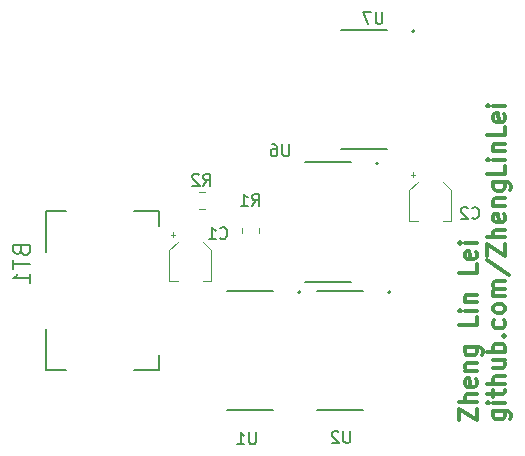
<source format=gbr>
%TF.GenerationSoftware,KiCad,Pcbnew,7.0.9*%
%TF.CreationDate,2023-12-30T23:58:47+01:00*%
%TF.ProjectId,Counter,436f756e-7465-4722-9e6b-696361645f70,rev?*%
%TF.SameCoordinates,Original*%
%TF.FileFunction,Legend,Bot*%
%TF.FilePolarity,Positive*%
%FSLAX46Y46*%
G04 Gerber Fmt 4.6, Leading zero omitted, Abs format (unit mm)*
G04 Created by KiCad (PCBNEW 7.0.9) date 2023-12-30 23:58:47*
%MOMM*%
%LPD*%
G01*
G04 APERTURE LIST*
%ADD10C,0.300000*%
%ADD11C,0.150000*%
%ADD12C,0.120000*%
%ADD13C,0.127000*%
%ADD14C,0.200000*%
G04 APERTURE END LIST*
D10*
X142129047Y-125289540D02*
X142129047Y-124289540D01*
X142129047Y-124289540D02*
X143629047Y-125289540D01*
X143629047Y-125289540D02*
X143629047Y-124289540D01*
X143629047Y-123718112D02*
X142129047Y-123718112D01*
X143629047Y-123075255D02*
X142843333Y-123075255D01*
X142843333Y-123075255D02*
X142700476Y-123146683D01*
X142700476Y-123146683D02*
X142629047Y-123289540D01*
X142629047Y-123289540D02*
X142629047Y-123503826D01*
X142629047Y-123503826D02*
X142700476Y-123646683D01*
X142700476Y-123646683D02*
X142771904Y-123718112D01*
X143557619Y-121789540D02*
X143629047Y-121932397D01*
X143629047Y-121932397D02*
X143629047Y-122218112D01*
X143629047Y-122218112D02*
X143557619Y-122360969D01*
X143557619Y-122360969D02*
X143414761Y-122432397D01*
X143414761Y-122432397D02*
X142843333Y-122432397D01*
X142843333Y-122432397D02*
X142700476Y-122360969D01*
X142700476Y-122360969D02*
X142629047Y-122218112D01*
X142629047Y-122218112D02*
X142629047Y-121932397D01*
X142629047Y-121932397D02*
X142700476Y-121789540D01*
X142700476Y-121789540D02*
X142843333Y-121718112D01*
X142843333Y-121718112D02*
X142986190Y-121718112D01*
X142986190Y-121718112D02*
X143129047Y-122432397D01*
X142629047Y-121075255D02*
X143629047Y-121075255D01*
X142771904Y-121075255D02*
X142700476Y-121003826D01*
X142700476Y-121003826D02*
X142629047Y-120860969D01*
X142629047Y-120860969D02*
X142629047Y-120646683D01*
X142629047Y-120646683D02*
X142700476Y-120503826D01*
X142700476Y-120503826D02*
X142843333Y-120432398D01*
X142843333Y-120432398D02*
X143629047Y-120432398D01*
X142629047Y-119075255D02*
X143843333Y-119075255D01*
X143843333Y-119075255D02*
X143986190Y-119146683D01*
X143986190Y-119146683D02*
X144057619Y-119218112D01*
X144057619Y-119218112D02*
X144129047Y-119360969D01*
X144129047Y-119360969D02*
X144129047Y-119575255D01*
X144129047Y-119575255D02*
X144057619Y-119718112D01*
X143557619Y-119075255D02*
X143629047Y-119218112D01*
X143629047Y-119218112D02*
X143629047Y-119503826D01*
X143629047Y-119503826D02*
X143557619Y-119646683D01*
X143557619Y-119646683D02*
X143486190Y-119718112D01*
X143486190Y-119718112D02*
X143343333Y-119789540D01*
X143343333Y-119789540D02*
X142914761Y-119789540D01*
X142914761Y-119789540D02*
X142771904Y-119718112D01*
X142771904Y-119718112D02*
X142700476Y-119646683D01*
X142700476Y-119646683D02*
X142629047Y-119503826D01*
X142629047Y-119503826D02*
X142629047Y-119218112D01*
X142629047Y-119218112D02*
X142700476Y-119075255D01*
X143629047Y-116503826D02*
X143629047Y-117218112D01*
X143629047Y-117218112D02*
X142129047Y-117218112D01*
X143629047Y-116003826D02*
X142629047Y-116003826D01*
X142129047Y-116003826D02*
X142200476Y-116075254D01*
X142200476Y-116075254D02*
X142271904Y-116003826D01*
X142271904Y-116003826D02*
X142200476Y-115932397D01*
X142200476Y-115932397D02*
X142129047Y-116003826D01*
X142129047Y-116003826D02*
X142271904Y-116003826D01*
X142629047Y-115289540D02*
X143629047Y-115289540D01*
X142771904Y-115289540D02*
X142700476Y-115218111D01*
X142700476Y-115218111D02*
X142629047Y-115075254D01*
X142629047Y-115075254D02*
X142629047Y-114860968D01*
X142629047Y-114860968D02*
X142700476Y-114718111D01*
X142700476Y-114718111D02*
X142843333Y-114646683D01*
X142843333Y-114646683D02*
X143629047Y-114646683D01*
X143629047Y-112075254D02*
X143629047Y-112789540D01*
X143629047Y-112789540D02*
X142129047Y-112789540D01*
X143557619Y-111003825D02*
X143629047Y-111146682D01*
X143629047Y-111146682D02*
X143629047Y-111432397D01*
X143629047Y-111432397D02*
X143557619Y-111575254D01*
X143557619Y-111575254D02*
X143414761Y-111646682D01*
X143414761Y-111646682D02*
X142843333Y-111646682D01*
X142843333Y-111646682D02*
X142700476Y-111575254D01*
X142700476Y-111575254D02*
X142629047Y-111432397D01*
X142629047Y-111432397D02*
X142629047Y-111146682D01*
X142629047Y-111146682D02*
X142700476Y-111003825D01*
X142700476Y-111003825D02*
X142843333Y-110932397D01*
X142843333Y-110932397D02*
X142986190Y-110932397D01*
X142986190Y-110932397D02*
X143129047Y-111646682D01*
X143629047Y-110289540D02*
X142629047Y-110289540D01*
X142129047Y-110289540D02*
X142200476Y-110360968D01*
X142200476Y-110360968D02*
X142271904Y-110289540D01*
X142271904Y-110289540D02*
X142200476Y-110218111D01*
X142200476Y-110218111D02*
X142129047Y-110289540D01*
X142129047Y-110289540D02*
X142271904Y-110289540D01*
X145044047Y-124503826D02*
X146258333Y-124503826D01*
X146258333Y-124503826D02*
X146401190Y-124575254D01*
X146401190Y-124575254D02*
X146472619Y-124646683D01*
X146472619Y-124646683D02*
X146544047Y-124789540D01*
X146544047Y-124789540D02*
X146544047Y-125003826D01*
X146544047Y-125003826D02*
X146472619Y-125146683D01*
X145972619Y-124503826D02*
X146044047Y-124646683D01*
X146044047Y-124646683D02*
X146044047Y-124932397D01*
X146044047Y-124932397D02*
X145972619Y-125075254D01*
X145972619Y-125075254D02*
X145901190Y-125146683D01*
X145901190Y-125146683D02*
X145758333Y-125218111D01*
X145758333Y-125218111D02*
X145329761Y-125218111D01*
X145329761Y-125218111D02*
X145186904Y-125146683D01*
X145186904Y-125146683D02*
X145115476Y-125075254D01*
X145115476Y-125075254D02*
X145044047Y-124932397D01*
X145044047Y-124932397D02*
X145044047Y-124646683D01*
X145044047Y-124646683D02*
X145115476Y-124503826D01*
X146044047Y-123789540D02*
X145044047Y-123789540D01*
X144544047Y-123789540D02*
X144615476Y-123860968D01*
X144615476Y-123860968D02*
X144686904Y-123789540D01*
X144686904Y-123789540D02*
X144615476Y-123718111D01*
X144615476Y-123718111D02*
X144544047Y-123789540D01*
X144544047Y-123789540D02*
X144686904Y-123789540D01*
X145044047Y-123289539D02*
X145044047Y-122718111D01*
X144544047Y-123075254D02*
X145829761Y-123075254D01*
X145829761Y-123075254D02*
X145972619Y-123003825D01*
X145972619Y-123003825D02*
X146044047Y-122860968D01*
X146044047Y-122860968D02*
X146044047Y-122718111D01*
X146044047Y-122218111D02*
X144544047Y-122218111D01*
X146044047Y-121575254D02*
X145258333Y-121575254D01*
X145258333Y-121575254D02*
X145115476Y-121646682D01*
X145115476Y-121646682D02*
X145044047Y-121789539D01*
X145044047Y-121789539D02*
X145044047Y-122003825D01*
X145044047Y-122003825D02*
X145115476Y-122146682D01*
X145115476Y-122146682D02*
X145186904Y-122218111D01*
X145044047Y-120218111D02*
X146044047Y-120218111D01*
X145044047Y-120860968D02*
X145829761Y-120860968D01*
X145829761Y-120860968D02*
X145972619Y-120789539D01*
X145972619Y-120789539D02*
X146044047Y-120646682D01*
X146044047Y-120646682D02*
X146044047Y-120432396D01*
X146044047Y-120432396D02*
X145972619Y-120289539D01*
X145972619Y-120289539D02*
X145901190Y-120218111D01*
X146044047Y-119503825D02*
X144544047Y-119503825D01*
X145115476Y-119503825D02*
X145044047Y-119360968D01*
X145044047Y-119360968D02*
X145044047Y-119075253D01*
X145044047Y-119075253D02*
X145115476Y-118932396D01*
X145115476Y-118932396D02*
X145186904Y-118860968D01*
X145186904Y-118860968D02*
X145329761Y-118789539D01*
X145329761Y-118789539D02*
X145758333Y-118789539D01*
X145758333Y-118789539D02*
X145901190Y-118860968D01*
X145901190Y-118860968D02*
X145972619Y-118932396D01*
X145972619Y-118932396D02*
X146044047Y-119075253D01*
X146044047Y-119075253D02*
X146044047Y-119360968D01*
X146044047Y-119360968D02*
X145972619Y-119503825D01*
X145901190Y-118146682D02*
X145972619Y-118075253D01*
X145972619Y-118075253D02*
X146044047Y-118146682D01*
X146044047Y-118146682D02*
X145972619Y-118218110D01*
X145972619Y-118218110D02*
X145901190Y-118146682D01*
X145901190Y-118146682D02*
X146044047Y-118146682D01*
X145972619Y-116789539D02*
X146044047Y-116932396D01*
X146044047Y-116932396D02*
X146044047Y-117218110D01*
X146044047Y-117218110D02*
X145972619Y-117360967D01*
X145972619Y-117360967D02*
X145901190Y-117432396D01*
X145901190Y-117432396D02*
X145758333Y-117503824D01*
X145758333Y-117503824D02*
X145329761Y-117503824D01*
X145329761Y-117503824D02*
X145186904Y-117432396D01*
X145186904Y-117432396D02*
X145115476Y-117360967D01*
X145115476Y-117360967D02*
X145044047Y-117218110D01*
X145044047Y-117218110D02*
X145044047Y-116932396D01*
X145044047Y-116932396D02*
X145115476Y-116789539D01*
X146044047Y-115932396D02*
X145972619Y-116075253D01*
X145972619Y-116075253D02*
X145901190Y-116146682D01*
X145901190Y-116146682D02*
X145758333Y-116218110D01*
X145758333Y-116218110D02*
X145329761Y-116218110D01*
X145329761Y-116218110D02*
X145186904Y-116146682D01*
X145186904Y-116146682D02*
X145115476Y-116075253D01*
X145115476Y-116075253D02*
X145044047Y-115932396D01*
X145044047Y-115932396D02*
X145044047Y-115718110D01*
X145044047Y-115718110D02*
X145115476Y-115575253D01*
X145115476Y-115575253D02*
X145186904Y-115503825D01*
X145186904Y-115503825D02*
X145329761Y-115432396D01*
X145329761Y-115432396D02*
X145758333Y-115432396D01*
X145758333Y-115432396D02*
X145901190Y-115503825D01*
X145901190Y-115503825D02*
X145972619Y-115575253D01*
X145972619Y-115575253D02*
X146044047Y-115718110D01*
X146044047Y-115718110D02*
X146044047Y-115932396D01*
X146044047Y-114789539D02*
X145044047Y-114789539D01*
X145186904Y-114789539D02*
X145115476Y-114718110D01*
X145115476Y-114718110D02*
X145044047Y-114575253D01*
X145044047Y-114575253D02*
X145044047Y-114360967D01*
X145044047Y-114360967D02*
X145115476Y-114218110D01*
X145115476Y-114218110D02*
X145258333Y-114146682D01*
X145258333Y-114146682D02*
X146044047Y-114146682D01*
X145258333Y-114146682D02*
X145115476Y-114075253D01*
X145115476Y-114075253D02*
X145044047Y-113932396D01*
X145044047Y-113932396D02*
X145044047Y-113718110D01*
X145044047Y-113718110D02*
X145115476Y-113575253D01*
X145115476Y-113575253D02*
X145258333Y-113503824D01*
X145258333Y-113503824D02*
X146044047Y-113503824D01*
X144472619Y-111718110D02*
X146401190Y-113003824D01*
X144544047Y-111360967D02*
X144544047Y-110360967D01*
X144544047Y-110360967D02*
X146044047Y-111360967D01*
X146044047Y-111360967D02*
X146044047Y-110360967D01*
X146044047Y-109789539D02*
X144544047Y-109789539D01*
X146044047Y-109146682D02*
X145258333Y-109146682D01*
X145258333Y-109146682D02*
X145115476Y-109218110D01*
X145115476Y-109218110D02*
X145044047Y-109360967D01*
X145044047Y-109360967D02*
X145044047Y-109575253D01*
X145044047Y-109575253D02*
X145115476Y-109718110D01*
X145115476Y-109718110D02*
X145186904Y-109789539D01*
X145972619Y-107860967D02*
X146044047Y-108003824D01*
X146044047Y-108003824D02*
X146044047Y-108289539D01*
X146044047Y-108289539D02*
X145972619Y-108432396D01*
X145972619Y-108432396D02*
X145829761Y-108503824D01*
X145829761Y-108503824D02*
X145258333Y-108503824D01*
X145258333Y-108503824D02*
X145115476Y-108432396D01*
X145115476Y-108432396D02*
X145044047Y-108289539D01*
X145044047Y-108289539D02*
X145044047Y-108003824D01*
X145044047Y-108003824D02*
X145115476Y-107860967D01*
X145115476Y-107860967D02*
X145258333Y-107789539D01*
X145258333Y-107789539D02*
X145401190Y-107789539D01*
X145401190Y-107789539D02*
X145544047Y-108503824D01*
X145044047Y-107146682D02*
X146044047Y-107146682D01*
X145186904Y-107146682D02*
X145115476Y-107075253D01*
X145115476Y-107075253D02*
X145044047Y-106932396D01*
X145044047Y-106932396D02*
X145044047Y-106718110D01*
X145044047Y-106718110D02*
X145115476Y-106575253D01*
X145115476Y-106575253D02*
X145258333Y-106503825D01*
X145258333Y-106503825D02*
X146044047Y-106503825D01*
X145044047Y-105146682D02*
X146258333Y-105146682D01*
X146258333Y-105146682D02*
X146401190Y-105218110D01*
X146401190Y-105218110D02*
X146472619Y-105289539D01*
X146472619Y-105289539D02*
X146544047Y-105432396D01*
X146544047Y-105432396D02*
X146544047Y-105646682D01*
X146544047Y-105646682D02*
X146472619Y-105789539D01*
X145972619Y-105146682D02*
X146044047Y-105289539D01*
X146044047Y-105289539D02*
X146044047Y-105575253D01*
X146044047Y-105575253D02*
X145972619Y-105718110D01*
X145972619Y-105718110D02*
X145901190Y-105789539D01*
X145901190Y-105789539D02*
X145758333Y-105860967D01*
X145758333Y-105860967D02*
X145329761Y-105860967D01*
X145329761Y-105860967D02*
X145186904Y-105789539D01*
X145186904Y-105789539D02*
X145115476Y-105718110D01*
X145115476Y-105718110D02*
X145044047Y-105575253D01*
X145044047Y-105575253D02*
X145044047Y-105289539D01*
X145044047Y-105289539D02*
X145115476Y-105146682D01*
X146044047Y-103718110D02*
X146044047Y-104432396D01*
X146044047Y-104432396D02*
X144544047Y-104432396D01*
X146044047Y-103218110D02*
X145044047Y-103218110D01*
X144544047Y-103218110D02*
X144615476Y-103289538D01*
X144615476Y-103289538D02*
X144686904Y-103218110D01*
X144686904Y-103218110D02*
X144615476Y-103146681D01*
X144615476Y-103146681D02*
X144544047Y-103218110D01*
X144544047Y-103218110D02*
X144686904Y-103218110D01*
X145044047Y-102503824D02*
X146044047Y-102503824D01*
X145186904Y-102503824D02*
X145115476Y-102432395D01*
X145115476Y-102432395D02*
X145044047Y-102289538D01*
X145044047Y-102289538D02*
X145044047Y-102075252D01*
X145044047Y-102075252D02*
X145115476Y-101932395D01*
X145115476Y-101932395D02*
X145258333Y-101860967D01*
X145258333Y-101860967D02*
X146044047Y-101860967D01*
X146044047Y-100432395D02*
X146044047Y-101146681D01*
X146044047Y-101146681D02*
X144544047Y-101146681D01*
X145972619Y-99360966D02*
X146044047Y-99503823D01*
X146044047Y-99503823D02*
X146044047Y-99789538D01*
X146044047Y-99789538D02*
X145972619Y-99932395D01*
X145972619Y-99932395D02*
X145829761Y-100003823D01*
X145829761Y-100003823D02*
X145258333Y-100003823D01*
X145258333Y-100003823D02*
X145115476Y-99932395D01*
X145115476Y-99932395D02*
X145044047Y-99789538D01*
X145044047Y-99789538D02*
X145044047Y-99503823D01*
X145044047Y-99503823D02*
X145115476Y-99360966D01*
X145115476Y-99360966D02*
X145258333Y-99289538D01*
X145258333Y-99289538D02*
X145401190Y-99289538D01*
X145401190Y-99289538D02*
X145544047Y-100003823D01*
X146044047Y-98646681D02*
X145044047Y-98646681D01*
X144544047Y-98646681D02*
X144615476Y-98718109D01*
X144615476Y-98718109D02*
X144686904Y-98646681D01*
X144686904Y-98646681D02*
X144615476Y-98575252D01*
X144615476Y-98575252D02*
X144544047Y-98646681D01*
X144544047Y-98646681D02*
X144686904Y-98646681D01*
D11*
X121918059Y-109857831D02*
X121965678Y-109905451D01*
X121965678Y-109905451D02*
X122108535Y-109953070D01*
X122108535Y-109953070D02*
X122203773Y-109953070D01*
X122203773Y-109953070D02*
X122346630Y-109905451D01*
X122346630Y-109905451D02*
X122441868Y-109810212D01*
X122441868Y-109810212D02*
X122489487Y-109714974D01*
X122489487Y-109714974D02*
X122537106Y-109524498D01*
X122537106Y-109524498D02*
X122537106Y-109381641D01*
X122537106Y-109381641D02*
X122489487Y-109191165D01*
X122489487Y-109191165D02*
X122441868Y-109095927D01*
X122441868Y-109095927D02*
X122346630Y-109000689D01*
X122346630Y-109000689D02*
X122203773Y-108953070D01*
X122203773Y-108953070D02*
X122108535Y-108953070D01*
X122108535Y-108953070D02*
X121965678Y-109000689D01*
X121965678Y-109000689D02*
X121918059Y-109048308D01*
X120965678Y-109953070D02*
X121537106Y-109953070D01*
X121251392Y-109953070D02*
X121251392Y-108953070D01*
X121251392Y-108953070D02*
X121346630Y-109095927D01*
X121346630Y-109095927D02*
X121441868Y-109191165D01*
X121441868Y-109191165D02*
X121537106Y-109238784D01*
X127761904Y-101920554D02*
X127761904Y-102730077D01*
X127761904Y-102730077D02*
X127714285Y-102825315D01*
X127714285Y-102825315D02*
X127666666Y-102872935D01*
X127666666Y-102872935D02*
X127571428Y-102920554D01*
X127571428Y-102920554D02*
X127380952Y-102920554D01*
X127380952Y-102920554D02*
X127285714Y-102872935D01*
X127285714Y-102872935D02*
X127238095Y-102825315D01*
X127238095Y-102825315D02*
X127190476Y-102730077D01*
X127190476Y-102730077D02*
X127190476Y-101920554D01*
X126285714Y-101920554D02*
X126476190Y-101920554D01*
X126476190Y-101920554D02*
X126571428Y-101968173D01*
X126571428Y-101968173D02*
X126619047Y-102015792D01*
X126619047Y-102015792D02*
X126714285Y-102158649D01*
X126714285Y-102158649D02*
X126761904Y-102349125D01*
X126761904Y-102349125D02*
X126761904Y-102730077D01*
X126761904Y-102730077D02*
X126714285Y-102825315D01*
X126714285Y-102825315D02*
X126666666Y-102872935D01*
X126666666Y-102872935D02*
X126571428Y-102920554D01*
X126571428Y-102920554D02*
X126380952Y-102920554D01*
X126380952Y-102920554D02*
X126285714Y-102872935D01*
X126285714Y-102872935D02*
X126238095Y-102825315D01*
X126238095Y-102825315D02*
X126190476Y-102730077D01*
X126190476Y-102730077D02*
X126190476Y-102491982D01*
X126190476Y-102491982D02*
X126238095Y-102396744D01*
X126238095Y-102396744D02*
X126285714Y-102349125D01*
X126285714Y-102349125D02*
X126380952Y-102301506D01*
X126380952Y-102301506D02*
X126571428Y-102301506D01*
X126571428Y-102301506D02*
X126666666Y-102349125D01*
X126666666Y-102349125D02*
X126714285Y-102396744D01*
X126714285Y-102396744D02*
X126761904Y-102491982D01*
X120502778Y-105425127D02*
X120836111Y-104948936D01*
X121074206Y-105425127D02*
X121074206Y-104425127D01*
X121074206Y-104425127D02*
X120693254Y-104425127D01*
X120693254Y-104425127D02*
X120598016Y-104472746D01*
X120598016Y-104472746D02*
X120550397Y-104520365D01*
X120550397Y-104520365D02*
X120502778Y-104615603D01*
X120502778Y-104615603D02*
X120502778Y-104758460D01*
X120502778Y-104758460D02*
X120550397Y-104853698D01*
X120550397Y-104853698D02*
X120598016Y-104901317D01*
X120598016Y-104901317D02*
X120693254Y-104948936D01*
X120693254Y-104948936D02*
X121074206Y-104948936D01*
X120121825Y-104520365D02*
X120074206Y-104472746D01*
X120074206Y-104472746D02*
X119978968Y-104425127D01*
X119978968Y-104425127D02*
X119740873Y-104425127D01*
X119740873Y-104425127D02*
X119645635Y-104472746D01*
X119645635Y-104472746D02*
X119598016Y-104520365D01*
X119598016Y-104520365D02*
X119550397Y-104615603D01*
X119550397Y-104615603D02*
X119550397Y-104710841D01*
X119550397Y-104710841D02*
X119598016Y-104853698D01*
X119598016Y-104853698D02*
X120169444Y-105425127D01*
X120169444Y-105425127D02*
X119550397Y-105425127D01*
X135656201Y-90706715D02*
X135656201Y-91516238D01*
X135656201Y-91516238D02*
X135608582Y-91611476D01*
X135608582Y-91611476D02*
X135560963Y-91659096D01*
X135560963Y-91659096D02*
X135465725Y-91706715D01*
X135465725Y-91706715D02*
X135275249Y-91706715D01*
X135275249Y-91706715D02*
X135180011Y-91659096D01*
X135180011Y-91659096D02*
X135132392Y-91611476D01*
X135132392Y-91611476D02*
X135084773Y-91516238D01*
X135084773Y-91516238D02*
X135084773Y-90706715D01*
X134703820Y-90706715D02*
X134037154Y-90706715D01*
X134037154Y-90706715D02*
X134465725Y-91706715D01*
X124936433Y-126315516D02*
X124936433Y-127125039D01*
X124936433Y-127125039D02*
X124888814Y-127220277D01*
X124888814Y-127220277D02*
X124841195Y-127267897D01*
X124841195Y-127267897D02*
X124745957Y-127315516D01*
X124745957Y-127315516D02*
X124555481Y-127315516D01*
X124555481Y-127315516D02*
X124460243Y-127267897D01*
X124460243Y-127267897D02*
X124412624Y-127220277D01*
X124412624Y-127220277D02*
X124365005Y-127125039D01*
X124365005Y-127125039D02*
X124365005Y-126315516D01*
X123365005Y-127315516D02*
X123936433Y-127315516D01*
X123650719Y-127315516D02*
X123650719Y-126315516D01*
X123650719Y-126315516D02*
X123745957Y-126458373D01*
X123745957Y-126458373D02*
X123841195Y-126553611D01*
X123841195Y-126553611D02*
X123936433Y-126601230D01*
X105077533Y-110945000D02*
X105144200Y-111145000D01*
X105144200Y-111145000D02*
X105210866Y-111211666D01*
X105210866Y-111211666D02*
X105344200Y-111278333D01*
X105344200Y-111278333D02*
X105544200Y-111278333D01*
X105544200Y-111278333D02*
X105677533Y-111211666D01*
X105677533Y-111211666D02*
X105744200Y-111145000D01*
X105744200Y-111145000D02*
X105810866Y-111011666D01*
X105810866Y-111011666D02*
X105810866Y-110478333D01*
X105810866Y-110478333D02*
X104410866Y-110478333D01*
X104410866Y-110478333D02*
X104410866Y-110945000D01*
X104410866Y-110945000D02*
X104477533Y-111078333D01*
X104477533Y-111078333D02*
X104544200Y-111145000D01*
X104544200Y-111145000D02*
X104677533Y-111211666D01*
X104677533Y-111211666D02*
X104810866Y-111211666D01*
X104810866Y-111211666D02*
X104944200Y-111145000D01*
X104944200Y-111145000D02*
X105010866Y-111078333D01*
X105010866Y-111078333D02*
X105077533Y-110945000D01*
X105077533Y-110945000D02*
X105077533Y-110478333D01*
X104410866Y-111678333D02*
X104410866Y-112478333D01*
X105810866Y-112078333D02*
X104410866Y-112078333D01*
X105810866Y-113678333D02*
X105810866Y-112878333D01*
X105810866Y-113278333D02*
X104410866Y-113278333D01*
X104410866Y-113278333D02*
X104610866Y-113145000D01*
X104610866Y-113145000D02*
X104744200Y-113011667D01*
X104744200Y-113011667D02*
X104810866Y-112878333D01*
X124626666Y-107134819D02*
X124959999Y-106658628D01*
X125198094Y-107134819D02*
X125198094Y-106134819D01*
X125198094Y-106134819D02*
X124817142Y-106134819D01*
X124817142Y-106134819D02*
X124721904Y-106182438D01*
X124721904Y-106182438D02*
X124674285Y-106230057D01*
X124674285Y-106230057D02*
X124626666Y-106325295D01*
X124626666Y-106325295D02*
X124626666Y-106468152D01*
X124626666Y-106468152D02*
X124674285Y-106563390D01*
X124674285Y-106563390D02*
X124721904Y-106611009D01*
X124721904Y-106611009D02*
X124817142Y-106658628D01*
X124817142Y-106658628D02*
X125198094Y-106658628D01*
X123674285Y-107134819D02*
X124245713Y-107134819D01*
X123959999Y-107134819D02*
X123959999Y-106134819D01*
X123959999Y-106134819D02*
X124055237Y-106277676D01*
X124055237Y-106277676D02*
X124150475Y-106372914D01*
X124150475Y-106372914D02*
X124245713Y-106420533D01*
X143239336Y-108150854D02*
X143286955Y-108198474D01*
X143286955Y-108198474D02*
X143429812Y-108246093D01*
X143429812Y-108246093D02*
X143525050Y-108246093D01*
X143525050Y-108246093D02*
X143667907Y-108198474D01*
X143667907Y-108198474D02*
X143763145Y-108103235D01*
X143763145Y-108103235D02*
X143810764Y-108007997D01*
X143810764Y-108007997D02*
X143858383Y-107817521D01*
X143858383Y-107817521D02*
X143858383Y-107674664D01*
X143858383Y-107674664D02*
X143810764Y-107484188D01*
X143810764Y-107484188D02*
X143763145Y-107388950D01*
X143763145Y-107388950D02*
X143667907Y-107293712D01*
X143667907Y-107293712D02*
X143525050Y-107246093D01*
X143525050Y-107246093D02*
X143429812Y-107246093D01*
X143429812Y-107246093D02*
X143286955Y-107293712D01*
X143286955Y-107293712D02*
X143239336Y-107341331D01*
X142858383Y-107341331D02*
X142810764Y-107293712D01*
X142810764Y-107293712D02*
X142715526Y-107246093D01*
X142715526Y-107246093D02*
X142477431Y-107246093D01*
X142477431Y-107246093D02*
X142382193Y-107293712D01*
X142382193Y-107293712D02*
X142334574Y-107341331D01*
X142334574Y-107341331D02*
X142286955Y-107436569D01*
X142286955Y-107436569D02*
X142286955Y-107531807D01*
X142286955Y-107531807D02*
X142334574Y-107674664D01*
X142334574Y-107674664D02*
X142906002Y-108246093D01*
X142906002Y-108246093D02*
X142286955Y-108246093D01*
X132929605Y-126201328D02*
X132929605Y-127010851D01*
X132929605Y-127010851D02*
X132881986Y-127106089D01*
X132881986Y-127106089D02*
X132834367Y-127153709D01*
X132834367Y-127153709D02*
X132739129Y-127201328D01*
X132739129Y-127201328D02*
X132548653Y-127201328D01*
X132548653Y-127201328D02*
X132453415Y-127153709D01*
X132453415Y-127153709D02*
X132405796Y-127106089D01*
X132405796Y-127106089D02*
X132358177Y-127010851D01*
X132358177Y-127010851D02*
X132358177Y-126201328D01*
X131929605Y-126296566D02*
X131881986Y-126248947D01*
X131881986Y-126248947D02*
X131786748Y-126201328D01*
X131786748Y-126201328D02*
X131548653Y-126201328D01*
X131548653Y-126201328D02*
X131453415Y-126248947D01*
X131453415Y-126248947D02*
X131405796Y-126296566D01*
X131405796Y-126296566D02*
X131358177Y-126391804D01*
X131358177Y-126391804D02*
X131358177Y-126487042D01*
X131358177Y-126487042D02*
X131405796Y-126629899D01*
X131405796Y-126629899D02*
X131977224Y-127201328D01*
X131977224Y-127201328D02*
X131358177Y-127201328D01*
D12*
%TO.C,C1*%
X117945000Y-109385000D02*
X117945000Y-109760000D01*
X117757500Y-109572500D02*
X118132500Y-109572500D01*
X120440000Y-110189437D02*
X121140000Y-110889437D01*
X118320000Y-110189437D02*
X117620000Y-110889437D01*
X121140000Y-110889437D02*
X121140000Y-113520000D01*
X117620000Y-110889437D02*
X117620000Y-113520000D01*
X121140000Y-113520000D02*
X120440000Y-113520000D01*
X117620000Y-113520000D02*
X118320000Y-113520000D01*
D13*
%TO.C,U6*%
X132985994Y-113565735D02*
X129085994Y-113565735D01*
X132985994Y-103435735D02*
X129085994Y-103435735D01*
D14*
X135280994Y-103555735D02*
G75*
G03*
X135280994Y-103555735I-100000J0D01*
G01*
D12*
%TO.C,R2*%
X120152936Y-105945000D02*
X120607064Y-105945000D01*
X120152936Y-107415000D02*
X120607064Y-107415000D01*
D13*
%TO.C,U7*%
X136049297Y-102351896D02*
X132149297Y-102351896D01*
X136049297Y-92221896D02*
X132149297Y-92221896D01*
D14*
X138344297Y-92341896D02*
G75*
G03*
X138344297Y-92341896I-100000J0D01*
G01*
D13*
%TO.C,U1*%
X126410000Y-124445000D02*
X122510000Y-124445000D01*
X126410000Y-114315000D02*
X122510000Y-114315000D01*
D14*
X128705000Y-114435000D02*
G75*
G03*
X128705000Y-114435000I-100000J0D01*
G01*
D13*
%TO.C,BT1*%
X116710000Y-107550000D02*
X116710000Y-108800000D01*
X114580000Y-107550000D02*
X116710000Y-107550000D01*
X108840000Y-107550000D02*
X107210000Y-107550000D01*
X107210000Y-107550000D02*
X107210000Y-111050000D01*
X107210000Y-117550000D02*
X107210000Y-121050000D01*
X116710000Y-119800000D02*
X116710000Y-121050000D01*
X116710000Y-121050000D02*
X114580000Y-121050000D01*
X107210000Y-121050000D02*
X108840000Y-121050000D01*
D12*
%TO.C,R1*%
X125195000Y-108992936D02*
X125195000Y-109447064D01*
X123725000Y-108992936D02*
X123725000Y-109447064D01*
%TO.C,C2*%
X138265000Y-104305000D02*
X138265000Y-104680000D01*
X138077500Y-104492500D02*
X138452500Y-104492500D01*
X140760000Y-105109437D02*
X141460000Y-105809437D01*
X138640000Y-105109437D02*
X137940000Y-105809437D01*
X141460000Y-105809437D02*
X141460000Y-108440000D01*
X137940000Y-105809437D02*
X137940000Y-108440000D01*
X141460000Y-108440000D02*
X140760000Y-108440000D01*
X137940000Y-108440000D02*
X138640000Y-108440000D01*
D13*
%TO.C,U2*%
X134030000Y-124445000D02*
X130130000Y-124445000D01*
X134030000Y-114315000D02*
X130130000Y-114315000D01*
D14*
X136325000Y-114435000D02*
G75*
G03*
X136325000Y-114435000I-100000J0D01*
G01*
%TD*%
M02*

</source>
